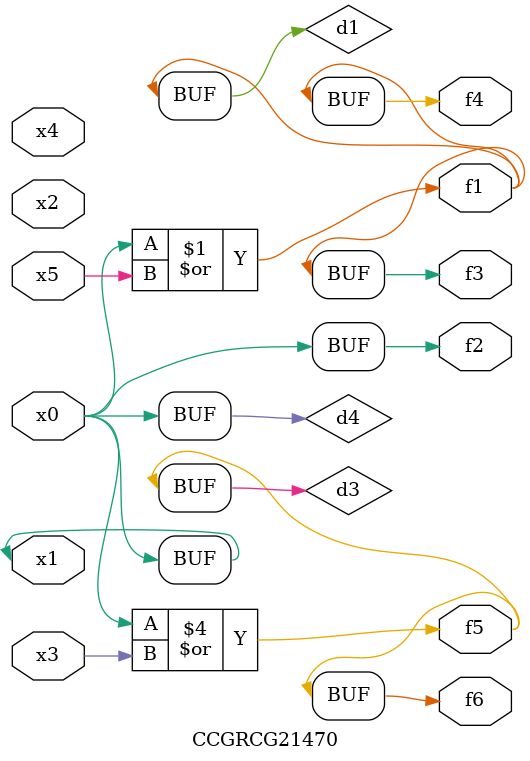
<source format=v>
module CCGRCG21470(
	input x0, x1, x2, x3, x4, x5,
	output f1, f2, f3, f4, f5, f6
);

	wire d1, d2, d3, d4;

	or (d1, x0, x5);
	xnor (d2, x1, x4);
	or (d3, x0, x3);
	buf (d4, x0, x1);
	assign f1 = d1;
	assign f2 = d4;
	assign f3 = d1;
	assign f4 = d1;
	assign f5 = d3;
	assign f6 = d3;
endmodule

</source>
